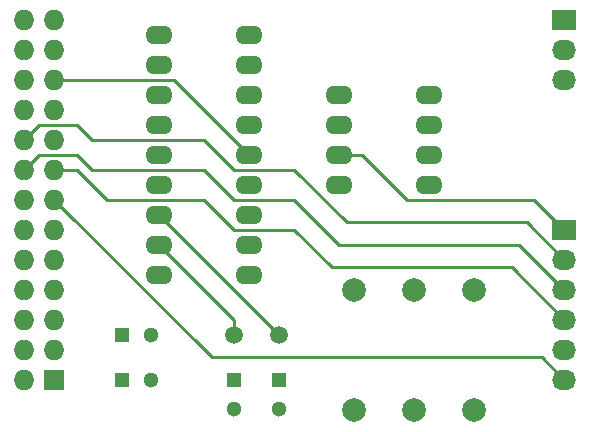
<source format=gbr>
G04 #@! TF.FileFunction,Copper,L2,Bot,Signal*
%FSLAX46Y46*%
G04 Gerber Fmt 4.6, Leading zero omitted, Abs format (unit mm)*
G04 Created by KiCad (PCBNEW 4.0.1-stable) date 15.01.2016 10:14:08*
%MOMM*%
G01*
G04 APERTURE LIST*
%ADD10C,0.100000*%
%ADD11R,1.300000X1.300000*%
%ADD12C,1.300000*%
%ADD13R,1.727200X1.727200*%
%ADD14O,1.727200X1.727200*%
%ADD15O,2.300000X1.600000*%
%ADD16R,2.032000X1.727200*%
%ADD17O,2.032000X1.727200*%
%ADD18C,1.998980*%
%ADD19C,1.501140*%
%ADD20C,0.250000*%
G04 APERTURE END LIST*
D10*
D11*
X111125000Y-95250000D03*
D12*
X113625000Y-95250000D03*
D13*
X105410000Y-95250000D03*
D14*
X102870000Y-95250000D03*
X105410000Y-92710000D03*
X102870000Y-92710000D03*
X105410000Y-90170000D03*
X102870000Y-90170000D03*
X105410000Y-87630000D03*
X102870000Y-87630000D03*
X105410000Y-85090000D03*
X102870000Y-85090000D03*
X105410000Y-82550000D03*
X102870000Y-82550000D03*
X105410000Y-80010000D03*
X102870000Y-80010000D03*
X105410000Y-77470000D03*
X102870000Y-77470000D03*
X105410000Y-74930000D03*
X102870000Y-74930000D03*
X105410000Y-72390000D03*
X102870000Y-72390000D03*
X105410000Y-69850000D03*
X102870000Y-69850000D03*
X105410000Y-67310000D03*
X102870000Y-67310000D03*
X105410000Y-64770000D03*
X102870000Y-64770000D03*
D15*
X114300000Y-66040000D03*
X114300000Y-68580000D03*
X114300000Y-71120000D03*
X114300000Y-73660000D03*
X114300000Y-76200000D03*
X114300000Y-78740000D03*
X114300000Y-81280000D03*
X114300000Y-83820000D03*
X114300000Y-86360000D03*
X121920000Y-86360000D03*
X121920000Y-83820000D03*
X121920000Y-81280000D03*
X121920000Y-78740000D03*
X121920000Y-76200000D03*
X121920000Y-73660000D03*
X121920000Y-71120000D03*
X121920000Y-68580000D03*
X121920000Y-66040000D03*
D11*
X111125000Y-91440000D03*
D12*
X113625000Y-91440000D03*
D11*
X124460000Y-95250000D03*
D12*
X124460000Y-97750000D03*
D11*
X120650000Y-95250000D03*
D12*
X120650000Y-97750000D03*
D16*
X148590000Y-82550000D03*
D17*
X148590000Y-85090000D03*
X148590000Y-87630000D03*
X148590000Y-90170000D03*
X148590000Y-92710000D03*
X148590000Y-95250000D03*
D16*
X148590000Y-64770000D03*
D17*
X148590000Y-67310000D03*
X148590000Y-69850000D03*
D18*
X135890000Y-97790000D03*
X135890000Y-87630000D03*
X140970000Y-87630000D03*
X140970000Y-97790000D03*
X130810000Y-87630000D03*
X130810000Y-97790000D03*
D15*
X129540000Y-71120000D03*
X129540000Y-73660000D03*
X129540000Y-76200000D03*
X129540000Y-78740000D03*
X137160000Y-78740000D03*
X137160000Y-76200000D03*
X137160000Y-73660000D03*
X137160000Y-71120000D03*
D19*
X124454920Y-91440000D03*
X120655080Y-91440000D03*
D20*
X124454920Y-91440000D02*
X124454920Y-91434920D01*
X124454920Y-91434920D02*
X114300000Y-81280000D01*
X120655080Y-91440000D02*
X120655080Y-90175080D01*
X120655080Y-90175080D02*
X114300000Y-83820000D01*
X129540000Y-76200000D02*
X131445000Y-76200000D01*
X146050000Y-80010000D02*
X148590000Y-82550000D01*
X135255000Y-80010000D02*
X146050000Y-80010000D01*
X131445000Y-76200000D02*
X135255000Y-80010000D01*
X129540000Y-76200000D02*
X130175000Y-76200000D01*
X102870000Y-74930000D02*
X104140000Y-73660000D01*
X145415000Y-81915000D02*
X148590000Y-85090000D01*
X130175000Y-81915000D02*
X145415000Y-81915000D01*
X125730000Y-77470000D02*
X130175000Y-81915000D01*
X120650000Y-77470000D02*
X125730000Y-77470000D01*
X118110000Y-74930000D02*
X120650000Y-77470000D01*
X108585000Y-74930000D02*
X118110000Y-74930000D01*
X107315000Y-73660000D02*
X108585000Y-74930000D01*
X104140000Y-73660000D02*
X107315000Y-73660000D01*
X102870000Y-77470000D02*
X104140000Y-76200000D01*
X144780000Y-83820000D02*
X148590000Y-87630000D01*
X129540000Y-83820000D02*
X144780000Y-83820000D01*
X125730000Y-80010000D02*
X129540000Y-83820000D01*
X120650000Y-80010000D02*
X125730000Y-80010000D01*
X118110000Y-77470000D02*
X120650000Y-80010000D01*
X108585000Y-77470000D02*
X118110000Y-77470000D01*
X107315000Y-76200000D02*
X108585000Y-77470000D01*
X104140000Y-76200000D02*
X107315000Y-76200000D01*
X105410000Y-77470000D02*
X107315000Y-77470000D01*
X144145000Y-85725000D02*
X148590000Y-90170000D01*
X128905000Y-85725000D02*
X144145000Y-85725000D01*
X125730000Y-82550000D02*
X128905000Y-85725000D01*
X120650000Y-82550000D02*
X125730000Y-82550000D01*
X118110000Y-80010000D02*
X120650000Y-82550000D01*
X109855000Y-80010000D02*
X118110000Y-80010000D01*
X107315000Y-77470000D02*
X109855000Y-80010000D01*
X105410000Y-80010000D02*
X118745000Y-93345000D01*
X146685000Y-93345000D02*
X148590000Y-95250000D01*
X118745000Y-93345000D02*
X146685000Y-93345000D01*
X105410000Y-69850000D02*
X115570000Y-69850000D01*
X115570000Y-69850000D02*
X121920000Y-76200000D01*
M02*

</source>
